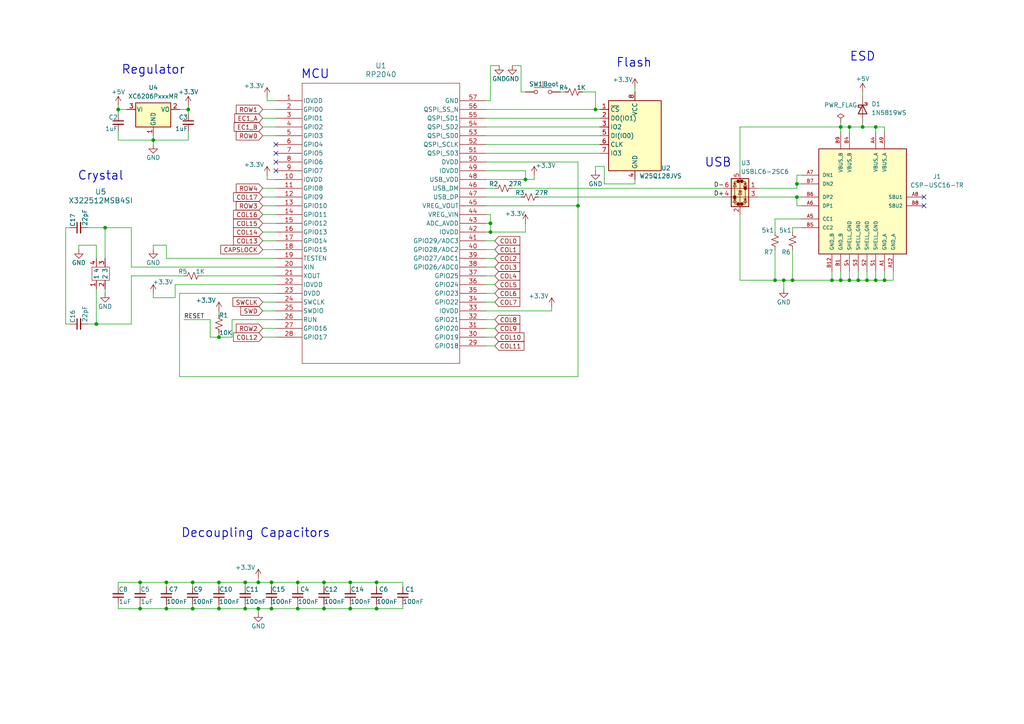
<source format=kicad_sch>
(kicad_sch (version 20231120) (generator "eeschema") (generator_version "8.0")
  (paper "A4")
  (lib_symbols
    (symbol "Device:R_Small_US" (pin_numbers hide) (pin_names (offset 0.254) hide)
      (property "Reference" "R" (at 0.762 0.508 0))
      (property "Value" "R_Small_US" (at 0.762 -1.016 0))
      (symbol "R_Small_US_1_1"
        (pin passive line (at 0 2.54 270) (length 1.016) (name "~") (number "1"))
        (pin passive line (at 0 -2.54 90) (length 1.016) (name "~") (number "2"))
      )
    )
    (symbol "mechanical_keyboard:1N5819WS" (pin_numbers hide) (pin_names (offset 1.016) hide)
      (property "Reference" "D" (at 0 2.54 0))
      (property "Value" "1N5819WS" (at 0 -2.54 0))
      (symbol "1N5819WS_1_1"
        (pin passive line (at -3.81 0 0) (length 2.54) (name "K") (number "1"))
        (pin passive line (at 3.81 0 180) (length 2.54) (name "A") (number "2"))
      )
    )
    (symbol "mechanical_keyboard:CSP-USC16-TR" (pin_names (offset 1.016))
      (property "Reference" "J" (at -12.7 15.24 0))
      (property "Value" "CSP-USC16-TR" (at -7.62 -1.27 0))
      (symbol "CSP-USC16-TR_0_0"
        (pin bidirectional line (at 17.78 -5.08 180) (length 5.08) (name "CC1") (number "A5"))
        (pin bidirectional line (at 17.78 -1.27 180) (length 5.08) (name "DP1") (number "A6"))
        (pin bidirectional line (at 17.78 7.62 180) (length 5.08) (name "DN1") (number "A7"))
        (pin bidirectional line (at -17.78 1.27 0) (length 5.08) (name "SBU1") (number "A8"))
        (pin bidirectional line (at 17.78 -7.62 180) (length 5.08) (name "CC2") (number "B5"))
        (pin bidirectional line (at 17.78 1.27 180) (length 5.08) (name "DP2") (number "B6"))
        (pin bidirectional line (at 17.78 5.08 180) (length 5.08) (name "DN2") (number "B7"))
        (pin bidirectional line (at -17.78 -1.27 0) (length 5.08) (name "SBU2") (number "B8"))
      )
      (symbol "CSP-USC16-TR_1_0"
        (pin passive line (at -6.35 -20.32 90) (length 5.08) (name "GND_A") (number "A1"))
        (pin passive line (at -8.89 -20.32 90) (length 5.08) (name "GND_A") (number "A12"))
        (pin power_in line (at -3.81 20.32 270) (length 5.08) (name "VBUS_A") (number "A4"))
        (pin power_in line (at -6.35 20.32 270) (length 5.08) (name "VBUS_A") (number "A9"))
        (pin passive line (at 6.35 -20.32 90) (length 5.08) (name "GND_B") (number "B1"))
        (pin passive line (at 8.89 -20.32 90) (length 5.08) (name "GND_B") (number "B12"))
        (pin power_in line (at 3.81 20.32 270) (length 5.08) (name "VBUS_B") (number "B4"))
        (pin power_in line (at 6.35 20.32 270) (length 5.08) (name "VBUS_B") (number "B9"))
        (pin passive line (at -3.81 -20.32 90) (length 5.08) (name "SHELL_GND") (number "S1"))
        (pin passive line (at -1.27 -20.32 90) (length 5.08) (name "SHELL_GND") (number "S2"))
        (pin passive line (at 1.27 -20.32 90) (length 5.08) (name "SHELL_GND") (number "S3"))
        (pin passive line (at 3.81 -20.32 90) (length 5.08) (name "SHELL_GND") (number "S4"))
      )
    )
    (symbol "mechanical_keyboard:C_Small" (pin_numbers hide) (pin_names (offset 0.254) hide)
      (property "Reference" "C" (at 0.254 1.778 0))
      (property "Value" "C_Small" (at 0.254 -2.032 0))
      (symbol "C_Small_1_1"
        (pin passive line (at 0 2.54 270) (length 2.032) (name "~") (number "1"))
        (pin passive line (at 0 -2.54 90) (length 2.032) (name "~") (number "2"))
      )
    )
    (symbol "mechanical_keyboard:RP2040" (pin_names (offset 0.254))
      (property "Reference" "U" (at 30.48 10.16 0))
      (property "Value" "RP2040" (at 30.48 7.62 0))
      (symbol "RP2040_0_1"
        (pin power_in line (at 0 0 0) (length 7.62) (name "IOVDD") (number "1"))
        (pin power_in line (at 0 -22.86 0) (length 7.62) (name "IOVDD") (number "10"))
        (pin bidirectional line (at 0 -25.4 0) (length 7.62) (name "GPIO8") (number "11"))
        (pin bidirectional line (at 0 -27.94 0) (length 7.62) (name "GPIO9") (number "12"))
        (pin bidirectional line (at 0 -30.48 0) (length 7.62) (name "GPIO10") (number "13"))
        (pin bidirectional line (at 0 -33.02 0) (length 7.62) (name "GPIO11") (number "14"))
        (pin bidirectional line (at 0 -35.56 0) (length 7.62) (name "GPIO12") (number "15"))
        (pin bidirectional line (at 0 -38.1 0) (length 7.62) (name "GPIO13") (number "16"))
        (pin bidirectional line (at 0 -40.64 0) (length 7.62) (name "GPIO14") (number "17"))
        (pin bidirectional line (at 0 -43.18 0) (length 7.62) (name "GPIO15") (number "18"))
        (pin unspecified line (at 0 -45.72 0) (length 7.62) (name "TESTEN") (number "19"))
        (pin bidirectional line (at 0 -2.54 0) (length 7.62) (name "GPIO0") (number "2"))
        (pin unspecified line (at 0 -48.26 0) (length 7.62) (name "XIN") (number "20"))
        (pin output line (at 0 -50.8 0) (length 7.62) (name "XOUT") (number "21"))
        (pin power_in line (at 0 -53.34 0) (length 7.62) (name "IOVDD") (number "22"))
        (pin power_in line (at 0 -55.88 0) (length 7.62) (name "DVDD") (number "23"))
        (pin unspecified line (at 0 -58.42 0) (length 7.62) (name "SWCLK") (number "24"))
        (pin unspecified line (at 0 -60.96 0) (length 7.62) (name "SWDIO") (number "25"))
        (pin unspecified line (at 0 -63.5 0) (length 7.62) (name "RUN") (number "26"))
        (pin bidirectional line (at 0 -66.04 0) (length 7.62) (name "GPIO16") (number "27"))
        (pin bidirectional line (at 0 -68.58 0) (length 7.62) (name "GPIO17") (number "28"))
        (pin bidirectional line (at 60.96 -71.12 180) (length 7.62) (name "GPIO18") (number "29"))
        (pin bidirectional line (at 0 -5.08 0) (length 7.62) (name "GPIO1") (number "3"))
        (pin bidirectional line (at 60.96 -68.58 180) (length 7.62) (name "GPIO19") (number "30"))
        (pin bidirectional line (at 60.96 -66.04 180) (length 7.62) (name "GPIO20") (number "31"))
        (pin bidirectional line (at 60.96 -63.5 180) (length 7.62) (name "GPIO21") (number "32"))
        (pin power_in line (at 60.96 -60.96 180) (length 7.62) (name "IOVDD") (number "33"))
        (pin bidirectional line (at 60.96 -58.42 180) (length 7.62) (name "GPIO22") (number "34"))
        (pin bidirectional line (at 60.96 -55.88 180) (length 7.62) (name "GPIO23") (number "35"))
        (pin bidirectional line (at 60.96 -53.34 180) (length 7.62) (name "GPIO24") (number "36"))
        (pin bidirectional line (at 60.96 -50.8 180) (length 7.62) (name "GPIO25") (number "37"))
        (pin bidirectional line (at 60.96 -48.26 180) (length 7.62) (name "GPIO26/ADC0") (number "38"))
        (pin bidirectional line (at 60.96 -45.72 180) (length 7.62) (name "GPIO27/ADC1") (number "39"))
        (pin bidirectional line (at 0 -7.62 0) (length 7.62) (name "GPIO2") (number "4"))
        (pin bidirectional line (at 60.96 -43.18 180) (length 7.62) (name "GPIO28/ADC2") (number "40"))
        (pin bidirectional line (at 60.96 -40.64 180) (length 7.62) (name "GPIO29/ADC3") (number "41"))
        (pin power_in line (at 60.96 -38.1 180) (length 7.62) (name "IOVDD") (number "42"))
        (pin power_in line (at 60.96 -35.56 180) (length 7.62) (name "ADC_AVDD") (number "43"))
        (pin unspecified line (at 60.96 -33.02 180) (length 7.62) (name "VREG_VIN") (number "44"))
        (pin output line (at 60.96 -30.48 180) (length 7.62) (name "VREG_VOUT") (number "45"))
        (pin unspecified line (at 60.96 -25.4 180) (length 7.62) (name "USB_DM") (number "46"))
        (pin unspecified line (at 60.96 -27.94 180) (length 7.62) (name "USB_DP") (number "47"))
        (pin power_in line (at 60.96 -22.86 180) (length 7.62) (name "USB_VDD") (number "48"))
        (pin power_in line (at 60.96 -20.32 180) (length 7.62) (name "IOVDD") (number "49"))
        (pin bidirectional line (at 0 -10.16 0) (length 7.62) (name "GPIO3") (number "5"))
        (pin power_in line (at 60.96 -17.78 180) (length 7.62) (name "DVDD") (number "50"))
        (pin bidirectional line (at 60.96 -15.24 180) (length 7.62) (name "QSPI_SD3") (number "51"))
        (pin unspecified line (at 60.96 -12.7 180) (length 7.62) (name "QSPI_SCLK") (number "52"))
        (pin bidirectional line (at 60.96 -10.16 180) (length 7.62) (name "QSPI_SD0") (number "53"))
        (pin bidirectional line (at 60.96 -7.62 180) (length 7.62) (name "QSPI_SD2") (number "54"))
        (pin bidirectional line (at 60.96 -5.08 180) (length 7.62) (name "QSPI_SD1") (number "55"))
        (pin unspecified line (at 60.96 -2.54 180) (length 7.62) (name "QSPI_SS_N") (number "56"))
        (pin power_out line (at 60.96 0 180) (length 7.62) (name "GND") (number "57"))
        (pin bidirectional line (at 0 -12.7 0) (length 7.62) (name "GPIO4") (number "6"))
        (pin bidirectional line (at 0 -15.24 0) (length 7.62) (name "GPIO5") (number "7"))
        (pin bidirectional line (at 0 -17.78 0) (length 7.62) (name "GPIO6") (number "8"))
        (pin bidirectional line (at 0 -20.32 0) (length 7.62) (name "GPIO7") (number "9"))
      )
    )
    (symbol "mechanical_keyboard:SW_Push" (pin_numbers hide) (pin_names (offset 1.016) hide)
      (property "Reference" "SW" (at 1.27 2.54 0))
      (property "Value" "SW_Push" (at 0 -1.524 0))
      (symbol "SW_Push_0_1"
        (pin passive line (at -5.08 0 0) (length 2.54) (name "1") (number "1"))
        (pin passive line (at 5.08 0 180) (length 2.54) (name "2") (number "2"))
      )
    )
    (symbol "mechanical_keyboard:USBLC6-2SC6" (pin_names hide)
      (property "Reference" "U" (at 0.635 5.715 0))
      (property "Value" "USBLC6-2SC6" (at 0.635 3.81 0))
      (symbol "USBLC6-2SC6_1_1"
        (pin passive line (at -5.08 0 0) (length 2.54) (name "I/O1") (number "1"))
        (pin passive line (at 0 -7.62 90) (length 2.54) (name "GND") (number "2"))
        (pin passive line (at -5.08 -2.54 0) (length 2.54) (name "I/O2") (number "3"))
        (pin passive line (at 5.08 -2.54 180) (length 2.54) (name "I/O2") (number "4"))
        (pin passive line (at 0 5.08 270) (length 2.54) (name "VBUS") (number "5"))
        (pin passive line (at 5.08 0 180) (length 2.54) (name "I/O1") (number "6"))
      )
    )
    (symbol "mechanical_keyboard:W25Q128JVS"
      (property "Reference" "U" (at -6.858 11.43 0))
      (property "Value" "W25Q128JVS" (at 7.62 8.89 0))
      (symbol "W25Q128JVS_1_1"
        (pin input line (at -10.16 7.62 0) (length 2.54) (name "~{CS}") (number "1"))
        (pin bidirectional line (at -10.16 5.08 0) (length 2.54) (name "DO(IO1)") (number "2"))
        (pin bidirectional line (at -10.16 2.54 0) (length 2.54) (name "IO2") (number "3"))
        (pin power_in line (at 0 -12.7 90) (length 2.54) (name "GND") (number "4"))
        (pin bidirectional line (at -10.16 0 0) (length 2.54) (name "DI(IO0)") (number "5"))
        (pin input line (at -10.16 -2.54 0) (length 2.54) (name "CLK") (number "6"))
        (pin bidirectional line (at -10.16 -5.08 0) (length 2.54) (name "IO3") (number "7"))
        (pin power_in line (at 0 12.7 270) (length 2.54) (name "VCC") (number "8"))
      )
    )
    (symbol "mechanical_keyboard:X322512MSB4SI" (pin_names (offset 0.254))
      (property "Reference" "U" (at 0.508 7.366 0))
      (property "Value" "X322512MSB4SI" (at 0.508 4.826 0))
      (symbol "X322512MSB4SI_1_1"
        (pin unspecified line (at -3.81 1.27 0) (length 2.54) (name "1") (number "1"))
        (pin power_out line (at -3.81 -1.27 0) (length 2.54) (name "2") (number "2"))
        (pin unspecified line (at 5.08 -1.27 180) (length 2.54) (name "3") (number "3"))
        (pin power_out line (at 5.08 1.27 180) (length 2.54) (name "4") (number "4"))
      )
    )
    (symbol "mechanical_keyboard:XC6206PxxxMR" (pin_names (offset 0.254))
      (property "Reference" "U" (at -3.81 3.175 0))
      (property "Value" "XC6206PxxxMR" (at 0 3.175 0))
      (symbol "XC6206PxxxMR_1_1"
        (pin power_in line (at 0 -7.62 90) (length 2.54) (name "GND") (number "1"))
        (pin power_out line (at 7.62 0 180) (length 2.54) (name "VO") (number "2"))
        (pin power_in line (at -7.62 0 0) (length 2.54) (name "VI") (number "3"))
      )
    )
    (symbol "power:+3.3V" (power) (pin_numbers hide) (pin_names (offset 0) hide)
      (property "Value" "+3.3V" (at 0 3.556 0))
      (symbol "+3.3V_1_1"
        (pin power_in line (at 0 0 90) (length 0) (name "~") (number "1"))
      )
    )
    (symbol "power:+5V" (power) (pin_numbers hide) (pin_names (offset 0) hide)
      (property "Value" "+5V" (at 0 3.556 0))
      (symbol "+5V_1_1"
        (pin power_in line (at 0 0 90) (length 0) (name "~") (number "1"))
      )
    )
    (symbol "power:GND" (power) (pin_numbers hide) (pin_names (offset 0) hide)
      (property "Value" "GND" (at 0 -3.81 0))
      (symbol "GND_1_1"
        (pin power_in line (at 0 0 270) (length 0) (name "~") (number "1"))
      )
    )
    (symbol "power:PWR_FLAG" (power) (pin_numbers hide) (pin_names (offset 0) hide)
      (property "Value" "PWR_FLAG" (at 0 3.81 0))
      (symbol "PWR_FLAG_0_0"
        (pin power_out line (at 0 0 90) (length 0) (name "~") (number "1"))
      )
    )
  )
  (junction (at 250.19 36.83))
  (junction (at 93.98 168.91))
  (junction (at 48.26 168.91))
  (junction (at 78.74 168.91))
  (junction (at 152.4 52.07))
  (junction (at 241.3 81.28))
  (junction (at 254 36.83))
  (junction (at 27.94 93.98))
  (junction (at 44.45 40.64))
  (junction (at 55.88 176.53))
  (junction (at 224.79 81.28))
  (junction (at 86.36 168.91))
  (junction (at 63.5 176.53))
  (junction (at 63.5 168.91))
  (junction (at 246.38 81.28))
  (junction (at 243.84 81.28))
  (junction (at 30.48 66.04))
  (junction (at 109.22 168.91))
  (junction (at 251.46 81.28))
  (junction (at 34.29 31.75))
  (junction (at 172.72 31.75))
  (junction (at 93.98 176.53))
  (junction (at 74.93 168.91))
  (junction (at 86.36 176.53))
  (junction (at 55.88 168.91))
  (junction (at 142.24 67.31))
  (junction (at 246.38 36.83))
  (junction (at 54.61 31.75))
  (junction (at 243.84 36.83))
  (junction (at 78.74 176.53))
  (junction (at 71.12 168.91))
  (junction (at 40.64 168.91))
  (junction (at 101.6 168.91))
  (junction (at 40.64 176.53))
  (junction (at 71.12 176.53))
  (junction (at 229.87 81.28))
  (junction (at 63.5 97.79))
  (junction (at 74.93 176.53))
  (junction (at 231.14 53.34))
  (junction (at 254 81.28))
  (junction (at 48.26 176.53))
  (junction (at 227.33 81.28))
  (junction (at 231.14 57.15))
  (junction (at 101.6 176.53))
  (junction (at 142.24 64.77))
  (junction (at 248.92 81.28))
  (junction (at 109.22 176.53))
  (junction (at 167.64 59.69))
  (junction (at 256.54 81.28))
  (no_connect (at 80.01 49.53))
  (no_connect (at 267.97 57.15))
  (no_connect (at 80.01 46.99))
  (no_connect (at 267.97 59.69))
  (no_connect (at 80.01 44.45))
  (no_connect (at 80.01 41.91))
  (wire (pts (xy 78.74 175.26) (xy 78.74 176.53)))
  (wire (pts (xy 30.48 85.09) (xy 30.48 83.82)))
  (wire (pts (xy 60.96 92.71) (xy 60.96 97.79)))
  (wire (pts (xy 109.22 175.26) (xy 109.22 176.53)))
  (wire (pts (xy 34.29 38.1) (xy 34.29 40.64)))
  (wire (pts (xy 27.94 93.98) (xy 27.94 83.82)))
  (wire (pts (xy 256.54 78.74) (xy 256.54 81.28)))
  (wire (pts (xy 76.2 87.63) (xy 80.01 87.63)))
  (wire (pts (xy 34.29 175.26) (xy 34.29 176.53)))
  (wire (pts (xy 54.61 30.48) (xy 54.61 31.75)))
  (wire (pts (xy 44.45 71.12) (xy 48.26 71.12)))
  (wire (pts (xy 232.41 50.8) (xy 231.14 50.8)))
  (wire (pts (xy 54.61 38.1) (xy 54.61 40.64)))
  (wire (pts (xy 156.21 57.15) (xy 209.55 57.15)))
  (wire (pts (xy 76.2 31.75) (xy 80.01 31.75)))
  (wire (pts (xy 77.47 52.07) (xy 80.01 52.07)))
  (wire (pts (xy 76.2 64.77) (xy 80.01 64.77)))
  (wire (pts (xy 140.97 64.77) (xy 142.24 64.77)))
  (wire (pts (xy 254 36.83) (xy 254 38.1)))
  (wire (pts (xy 44.45 85.09) (xy 44.45 86.36)))
  (wire (pts (xy 34.29 170.18) (xy 34.29 168.91)))
  (wire (pts (xy 55.88 176.53) (xy 48.26 176.53)))
  (wire (pts (xy 76.2 36.83) (xy 80.01 36.83)))
  (wire (pts (xy 250.19 26.67) (xy 250.19 27.94)))
  (wire (pts (xy 60.96 97.79) (xy 63.5 97.79)))
  (wire (pts (xy 143.51 92.71) (xy 140.97 92.71)))
  (wire (pts (xy 140.97 52.07) (xy 152.4 52.07)))
  (wire (pts (xy 224.79 67.31) (xy 224.79 63.5)))
  (wire (pts (xy 71.12 168.91) (xy 71.12 170.18)))
  (wire (pts (xy 74.93 176.53) (xy 71.12 176.53)))
  (wire (pts (xy 246.38 36.83) (xy 246.38 38.1)))
  (wire (pts (xy 142.24 29.21) (xy 140.97 29.21)))
  (wire (pts (xy 76.2 59.69) (xy 80.01 59.69)))
  (wire (pts (xy 19.05 66.04) (xy 20.32 66.04)))
  (wire (pts (xy 184.15 25.4) (xy 184.15 26.67)))
  (wire (pts (xy 231.14 53.34) (xy 232.41 53.34)))
  (wire (pts (xy 172.72 48.26) (xy 175.26 48.26)))
  (wire (pts (xy 140.97 57.15) (xy 151.13 57.15)))
  (wire (pts (xy 52.07 85.09) (xy 80.01 85.09)))
  (wire (pts (xy 168.91 26.67) (xy 172.72 26.67)))
  (wire (pts (xy 259.08 81.28) (xy 256.54 81.28)))
  (wire (pts (xy 86.36 168.91) (xy 93.98 168.91)))
  (wire (pts (xy 78.74 168.91) (xy 86.36 168.91)))
  (wire (pts (xy 40.64 176.53) (xy 48.26 176.53)))
  (wire (pts (xy 140.97 77.47) (xy 143.51 77.47)))
  (wire (pts (xy 76.2 34.29) (xy 80.01 34.29)))
  (wire (pts (xy 140.97 72.39) (xy 143.51 72.39)))
  (wire (pts (xy 34.29 31.75) (xy 36.83 31.75)))
  (wire (pts (xy 34.29 168.91) (xy 40.64 168.91)))
  (wire (pts (xy 162.56 26.67) (xy 163.83 26.67)))
  (wire (pts (xy 231.14 54.61) (xy 231.14 53.34)))
  (wire (pts (xy 76.2 95.25) (xy 80.01 95.25)))
  (wire (pts (xy 76.2 67.31) (xy 80.01 67.31)))
  (wire (pts (xy 243.84 81.28) (xy 241.3 81.28)))
  (wire (pts (xy 224.79 63.5) (xy 232.41 63.5)))
  (wire (pts (xy 48.26 74.93) (xy 80.01 74.93)))
  (wire (pts (xy 76.2 72.39) (xy 80.01 72.39)))
  (wire (pts (xy 48.26 170.18) (xy 48.26 168.91)))
  (wire (pts (xy 22.86 71.12) (xy 27.94 71.12)))
  (wire (pts (xy 38.1 77.47) (xy 80.01 77.47)))
  (wire (pts (xy 67.31 92.71) (xy 80.01 92.71)))
  (wire (pts (xy 25.4 66.04) (xy 30.48 66.04)))
  (wire (pts (xy 76.2 39.37) (xy 80.01 39.37)))
  (wire (pts (xy 116.84 168.91) (xy 109.22 168.91)))
  (wire (pts (xy 63.5 168.91) (xy 63.5 170.18)))
  (wire (pts (xy 78.74 168.91) (xy 78.74 170.18)))
  (wire (pts (xy 140.97 67.31) (xy 142.24 67.31)))
  (wire (pts (xy 44.45 41.91) (xy 44.45 40.64)))
  (wire (pts (xy 229.87 67.31) (xy 229.87 66.04)))
  (wire (pts (xy 160.02 90.17) (xy 160.02 88.9)))
  (wire (pts (xy 76.2 97.79) (xy 80.01 97.79)))
  (wire (pts (xy 142.24 19.05) (xy 144.78 19.05)))
  (wire (pts (xy 140.97 46.99) (xy 167.64 46.99)))
  (wire (pts (xy 34.29 176.53) (xy 40.64 176.53)))
  (wire (pts (xy 71.12 176.53) (xy 63.5 176.53)))
  (wire (pts (xy 44.45 86.36) (xy 50.8 86.36)))
  (wire (pts (xy 254 81.28) (xy 251.46 81.28)))
  (wire (pts (xy 63.5 97.79) (xy 67.31 97.79)))
  (wire (pts (xy 224.79 72.39) (xy 224.79 81.28)))
  (wire (pts (xy 54.61 40.64) (xy 44.45 40.64)))
  (wire (pts (xy 116.84 175.26) (xy 116.84 176.53)))
  (wire (pts (xy 140.97 41.91) (xy 173.99 41.91)))
  (wire (pts (xy 148.59 54.61) (xy 209.55 54.61)))
  (wire (pts (xy 248.92 81.28) (xy 246.38 81.28)))
  (wire (pts (xy 140.97 74.93) (xy 143.51 74.93)))
  (wire (pts (xy 219.71 57.15) (xy 231.14 57.15)))
  (wire (pts (xy 44.45 72.39) (xy 44.45 71.12)))
  (wire (pts (xy 140.97 34.29) (xy 173.99 34.29)))
  (wire (pts (xy 76.2 69.85) (xy 80.01 69.85)))
  (wire (pts (xy 48.26 168.91) (xy 55.88 168.91)))
  (wire (pts (xy 167.64 59.69) (xy 167.64 109.22)))
  (wire (pts (xy 40.64 170.18) (xy 40.64 168.91)))
  (wire (pts (xy 63.5 96.52) (xy 63.5 97.79)))
  (wire (pts (xy 74.93 167.64) (xy 74.93 168.91)))
  (wire (pts (xy 254 36.83) (xy 256.54 36.83)))
  (wire (pts (xy 231.14 50.8) (xy 231.14 53.34)))
  (wire (pts (xy 27.94 71.12) (xy 27.94 74.93)))
  (wire (pts (xy 38.1 66.04) (xy 30.48 66.04)))
  (wire (pts (xy 38.1 80.01) (xy 38.1 93.98)))
  (wire (pts (xy 78.74 176.53) (xy 74.93 176.53)))
  (wire (pts (xy 214.63 62.23) (xy 214.63 81.28)))
  (wire (pts (xy 93.98 168.91) (xy 93.98 170.18)))
  (wire (pts (xy 250.19 36.83) (xy 254 36.83)))
  (wire (pts (xy 152.4 67.31) (xy 152.4 64.77)))
  (wire (pts (xy 248.92 78.74) (xy 248.92 81.28)))
  (wire (pts (xy 151.13 26.67) (xy 152.4 26.67)))
  (wire (pts (xy 40.64 168.91) (xy 48.26 168.91)))
  (wire (pts (xy 71.12 175.26) (xy 71.12 176.53)))
  (wire (pts (xy 93.98 176.53) (xy 86.36 176.53)))
  (wire (pts (xy 63.5 90.17) (xy 63.5 91.44)))
  (wire (pts (xy 243.84 78.74) (xy 243.84 81.28)))
  (wire (pts (xy 143.51 82.55) (xy 140.97 82.55)))
  (wire (pts (xy 184.15 53.34) (xy 184.15 52.07)))
  (wire (pts (xy 243.84 38.1) (xy 243.84 36.83)))
  (wire (pts (xy 27.94 93.98) (xy 38.1 93.98)))
  (wire (pts (xy 109.22 176.53) (xy 101.6 176.53)))
  (wire (pts (xy 116.84 170.18) (xy 116.84 168.91)))
  (wire (pts (xy 93.98 168.91) (xy 101.6 168.91)))
  (wire (pts (xy 76.2 62.23) (xy 80.01 62.23)))
  (wire (pts (xy 256.54 81.28) (xy 254 81.28)))
  (wire (pts (xy 54.61 33.02) (xy 54.61 31.75)))
  (wire (pts (xy 77.47 50.8) (xy 77.47 52.07)))
  (wire (pts (xy 140.97 44.45) (xy 173.99 44.45)))
  (wire (pts (xy 34.29 30.48) (xy 34.29 31.75)))
  (wire (pts (xy 63.5 168.91) (xy 71.12 168.91)))
  (wire (pts (xy 101.6 176.53) (xy 93.98 176.53)))
  (wire (pts (xy 38.1 77.47) (xy 38.1 66.04)))
  (wire (pts (xy 214.63 36.83) (xy 243.84 36.83)))
  (wire (pts (xy 76.2 54.61) (xy 80.01 54.61)))
  (wire (pts (xy 48.26 176.53) (xy 48.26 175.26)))
  (wire (pts (xy 40.64 175.26) (xy 40.64 176.53)))
  (wire (pts (xy 142.24 64.77) (xy 142.24 67.31)))
  (wire (pts (xy 227.33 81.28) (xy 229.87 81.28)))
  (wire (pts (xy 101.6 175.26) (xy 101.6 176.53)))
  (wire (pts (xy 231.14 59.69) (xy 232.41 59.69)))
  (wire (pts (xy 172.72 26.67) (xy 172.72 31.75)))
  (wire (pts (xy 259.08 78.74) (xy 259.08 81.28)))
  (wire (pts (xy 224.79 81.28) (xy 227.33 81.28)))
  (wire (pts (xy 229.87 81.28) (xy 241.3 81.28)))
  (wire (pts (xy 152.4 52.07) (xy 152.4 49.53)))
  (wire (pts (xy 55.88 175.26) (xy 55.88 176.53)))
  (wire (pts (xy 77.47 29.21) (xy 80.01 29.21)))
  (wire (pts (xy 140.97 59.69) (xy 167.64 59.69)))
  (wire (pts (xy 140.97 90.17) (xy 160.02 90.17)))
  (wire (pts (xy 50.8 82.55) (xy 80.01 82.55)))
  (wire (pts (xy 86.36 175.26) (xy 86.36 176.53)))
  (wire (pts (xy 254 78.74) (xy 254 81.28)))
  (wire (pts (xy 246.38 36.83) (xy 250.19 36.83)))
  (wire (pts (xy 232.41 57.15) (xy 231.14 57.15)))
  (wire (pts (xy 76.2 90.17) (xy 80.01 90.17)))
  (wire (pts (xy 86.36 168.91) (xy 86.36 170.18)))
  (wire (pts (xy 151.13 19.05) (xy 148.59 19.05)))
  (wire (pts (xy 25.4 93.98) (xy 27.94 93.98)))
  (wire (pts (xy 34.29 40.64) (xy 44.45 40.64)))
  (wire (pts (xy 140.97 39.37) (xy 173.99 39.37)))
  (wire (pts (xy 154.94 52.07) (xy 152.4 52.07)))
  (wire (pts (xy 52.07 85.09) (xy 52.07 109.22)))
  (wire (pts (xy 77.47 27.94) (xy 77.47 29.21)))
  (wire (pts (xy 55.88 168.91) (xy 63.5 168.91)))
  (wire (pts (xy 140.97 31.75) (xy 172.72 31.75)))
  (wire (pts (xy 116.84 176.53) (xy 109.22 176.53)))
  (wire (pts (xy 241.3 81.28) (xy 241.3 78.74)))
  (wire (pts (xy 143.51 85.09) (xy 140.97 85.09)))
  (wire (pts (xy 140.97 36.83) (xy 173.99 36.83)))
  (wire (pts (xy 175.26 53.34) (xy 184.15 53.34)))
  (wire (pts (xy 243.84 35.56) (xy 243.84 36.83)))
  (wire (pts (xy 58.42 80.01) (xy 80.01 80.01)))
  (wire (pts (xy 251.46 81.28) (xy 248.92 81.28)))
  (wire (pts (xy 142.24 67.31) (xy 152.4 67.31)))
  (wire (pts (xy 101.6 168.91) (xy 101.6 170.18)))
  (wire (pts (xy 219.71 54.61) (xy 231.14 54.61)))
  (wire (pts (xy 63.5 176.53) (xy 55.88 176.53)))
  (wire (pts (xy 71.12 168.91) (xy 74.93 168.91)))
  (wire (pts (xy 76.2 57.15) (xy 80.01 57.15)))
  (wire (pts (xy 74.93 177.8) (xy 74.93 176.53)))
  (wire (pts (xy 256.54 38.1) (xy 256.54 36.83)))
  (wire (pts (xy 214.63 81.28) (xy 224.79 81.28)))
  (wire (pts (xy 53.34 92.71) (xy 60.96 92.71)))
  (wire (pts (xy 243.84 36.83) (xy 246.38 36.83)))
  (wire (pts (xy 140.97 80.01) (xy 143.51 80.01)))
  (wire (pts (xy 48.26 71.12) (xy 48.26 74.93)))
  (wire (pts (xy 74.93 168.91) (xy 78.74 168.91)))
  (wire (pts (xy 143.51 95.25) (xy 140.97 95.25)))
  (wire (pts (xy 19.05 93.98) (xy 19.05 66.04)))
  (wire (pts (xy 142.24 19.05) (xy 142.24 29.21)))
  (wire (pts (xy 251.46 78.74) (xy 251.46 81.28)))
  (wire (pts (xy 246.38 81.28) (xy 243.84 81.28)))
  (wire (pts (xy 67.31 92.71) (xy 67.31 97.79)))
  (wire (pts (xy 167.64 46.99) (xy 167.64 59.69)))
  (wire (pts (xy 246.38 78.74) (xy 246.38 81.28)))
  (wire (pts (xy 142.24 62.23) (xy 142.24 64.77)))
  (wire (pts (xy 175.26 48.26) (xy 175.26 53.34)))
  (wire (pts (xy 44.45 39.37) (xy 44.45 40.64)))
  (wire (pts (xy 143.51 100.33) (xy 140.97 100.33)))
  (wire (pts (xy 231.14 57.15) (xy 231.14 59.69)))
  (wire (pts (xy 22.86 72.39) (xy 22.86 71.12)))
  (wire (pts (xy 140.97 69.85) (xy 143.51 69.85)))
  (wire (pts (xy 109.22 168.91) (xy 109.22 170.18)))
  (wire (pts (xy 54.61 31.75) (xy 52.07 31.75)))
  (wire (pts (xy 172.72 31.75) (xy 173.99 31.75)))
  (wire (pts (xy 52.07 109.22) (xy 167.64 109.22)))
  (wire (pts (xy 50.8 86.36) (xy 50.8 82.55)))
  (wire (pts (xy 143.51 87.63) (xy 140.97 87.63)))
  (wire (pts (xy 229.87 72.39) (xy 229.87 81.28)))
  (wire (pts (xy 229.87 66.04) (xy 232.41 66.04)))
  (wire (pts (xy 101.6 168.91) (xy 109.22 168.91)))
  (wire (pts (xy 38.1 80.01) (xy 53.34 80.01)))
  (wire (pts (xy 140.97 54.61) (xy 143.51 54.61)))
  (wire (pts (xy 78.74 176.53) (xy 86.36 176.53)))
  (wire (pts (xy 140.97 49.53) (xy 152.4 49.53)))
  (wire (pts (xy 214.63 49.53) (xy 214.63 36.83)))
  (wire (pts (xy 250.19 36.83) (xy 250.19 35.56)))
  (wire (pts (xy 151.13 19.05) (xy 151.13 26.67)))
  (wire (pts (xy 154.94 50.8) (xy 154.94 52.07)))
  (wire (pts (xy 34.29 33.02) (xy 34.29 31.75)))
  (wire (pts (xy 93.98 175.26) (xy 93.98 176.53)))
  (wire (pts (xy 30.48 74.93) (xy 30.48 66.04)))
  (wire (pts (xy 172.72 48.26) (xy 172.72 49.53)))
  (wire (pts (xy 63.5 175.26) (xy 63.5 176.53)))
  (wire (pts (xy 55.88 168.91) (xy 55.88 170.18)))
  (wire (pts (xy 20.32 93.98) (xy 19.05 93.98)))
  (wire (pts (xy 227.33 81.28) (xy 227.33 83.82)))
  (wire (pts (xy 140.97 62.23) (xy 142.24 62.23)))
  (wire (pts (xy 143.51 97.79) (xy 140.97 97.79)))
  (text "ESD" (at 250.19 16.51 0) (effects (font (size 2.54 2.54) (thickness 0.254) (bold yes))))
  (text "USB" (at 208.28 47.244 0) (effects (font (size 2.54 2.54) (thickness 0.254) (bold yes))))
  (text "Flash" (at 183.896 18.288 0) (effects (font (size 2.54 2.54) (thickness 0.254) (bold yes))))
  (text "Crystal" (at 29.21 51.054 0) (effects (font (size 2.54 2.54) (thickness 0.254) (bold yes))))
  (text "Decoupling Capacitors" (at 74.168 154.686 0) (effects (font (size 2.54 2.54) (thickness 0.254) (bold yes))))
  (text "Regulator" (at 44.45 20.32 0) (effects (font (size 2.54 2.54) (thickness 0.254) (bold yes))))
  (text "MCU" (at 91.44 21.59 0) (effects (font (size 2.54 2.54) (thickness 0.254) (bold yes))))
  (label "D+" (at 207.01 57.15 0))
  (label "RESET" (at 53.34 92.71 0))
  (label "D-" (at 207.01 54.61 0))
  (global_label "COL3" (shape input) (at 143.51 77.47 0) (property "Intersheetrefs" "${INTERSHEET_REFS}" (effects (hide yes))))
  (global_label "COL15" (shape input) (at 76.2 64.77 180) (property "Intersheetrefs" "${INTERSHEET_REFS}" (effects (hide yes))))
  (global_label "ROW2" (shape input) (at 76.2 95.25 180) (property "Intersheetrefs" "${INTERSHEET_REFS}" (effects (hide yes))))
  (global_label "SWD" (shape input) (at 76.2 90.17 180) (property "Intersheetrefs" "${INTERSHEET_REFS}" (effects (hide yes))))
  (global_label "COL2" (shape input) (at 143.51 74.93 0) (property "Intersheetrefs" "${INTERSHEET_REFS}" (effects (hide yes))))
  (global_label "ROW3" (shape input) (at 76.2 59.69 180) (property "Intersheetrefs" "${INTERSHEET_REFS}" (effects (hide yes))))
  (global_label "ROW0" (shape input) (at 76.2 39.37 180) (property "Intersheetrefs" "${INTERSHEET_REFS}" (effects (hide yes))))
  (global_label "COL14" (shape input) (at 76.2 67.31 180) (property "Intersheetrefs" "${INTERSHEET_REFS}" (effects (hide yes))))
  (global_label "COL8" (shape input) (at 143.51 92.71 0) (property "Intersheetrefs" "${INTERSHEET_REFS}" (effects (hide yes))))
  (global_label "COL5" (shape input) (at 143.51 82.55 0) (property "Intersheetrefs" "${INTERSHEET_REFS}" (effects (hide yes))))
  (global_label "COL9" (shape input) (at 143.51 95.25 0) (property "Intersheetrefs" "${INTERSHEET_REFS}" (effects (hide yes))))
  (global_label "COL0" (shape input) (at 143.51 69.85 0) (property "Intersheetrefs" "${INTERSHEET_REFS}" (effects (hide yes))))
  (global_label "COL17" (shape input) (at 76.2 57.15 180) (property "Intersheetrefs" "${INTERSHEET_REFS}" (effects (hide yes))))
  (global_label "COL4" (shape input) (at 143.51 80.01 0) (property "Intersheetrefs" "${INTERSHEET_REFS}" (effects (hide yes))))
  (global_label "COL12" (shape input) (at 76.2 97.79 180) (property "Intersheetrefs" "${INTERSHEET_REFS}" (effects (hide yes))))
  (global_label "EC1_B" (shape input) (at 76.2 36.83 180) (property "Intersheetrefs" "${INTERSHEET_REFS}" (effects (hide yes))))
  (global_label "CAPSLOCK" (shape input) (at 76.2 72.39 180) (property "Intersheetrefs" "${INTERSHEET_REFS}" (effects (hide yes))))
  (global_label "COL13" (shape input) (at 76.2 69.85 180) (property "Intersheetrefs" "${INTERSHEET_REFS}" (effects (hide yes))))
  (global_label "ROW4" (shape input) (at 76.2 54.61 180) (property "Intersheetrefs" "${INTERSHEET_REFS}" (effects (hide yes))))
  (global_label "COL10" (shape input) (at 143.51 97.79 0) (property "Intersheetrefs" "${INTERSHEET_REFS}" (effects (hide yes))))
  (global_label "COL1" (shape input) (at 143.51 72.39 0) (property "Intersheetrefs" "${INTERSHEET_REFS}" (effects (hide yes))))
  (global_label "COL16" (shape input) (at 76.2 62.23 180) (property "Intersheetrefs" "${INTERSHEET_REFS}" (effects (hide yes))))
  (global_label "COL11" (shape input) (at 143.51 100.33 0) (property "Intersheetrefs" "${INTERSHEET_REFS}" (effects (hide yes))))
  (global_label "EC1_A" (shape input) (at 76.2 34.29 180) (property "Intersheetrefs" "${INTERSHEET_REFS}" (effects (hide yes))))
  (global_label "COL7" (shape input) (at 143.51 87.63 0) (property "Intersheetrefs" "${INTERSHEET_REFS}" (effects (hide yes))))
  (global_label "SWCLK" (shape input) (at 76.2 87.63 180) (property "Intersheetrefs" "${INTERSHEET_REFS}" (effects (hide yes))))
  (global_label "COL6" (shape input) (at 143.51 85.09 0) (property "Intersheetrefs" "${INTERSHEET_REFS}" (effects (hide yes))))
  (global_label "ROW1" (shape input) (at 76.2 31.75 180) (property "Intersheetrefs" "${INTERSHEET_REFS}" (effects (hide yes))))
  (symbol (lib_id "mechanical_keyboard:SW_Push") (at 157.48 26.67 0) (unit 1)
    (property "Reference" "SW1" (at 155.448 24.384 0))
    (property "Value" "Boot" (at 159.766 24.384 0))
    (property "Footprint" "mechanical_keyboard:SW4_KMR221GLFS_CNK" (effects (hide yes)))
    (property "Datasheet" "https://www.lcsc.com/datasheet/lcsc_datasheet_2304140030_C-K-KMR221GLFS_C72443.pdf" (effects (hide yes)))
    (property "Description" "2.8mm 1.9mm Round Button 50mA Standing paste 4.6mm SPST 200gf 32V SMD Tactile Switches ROHS" (effects (hide yes)))
    (property "Package" "SMD" (effects (hide yes)))
    (property "LCSC Part #" "C72443" (effects (hide yes)))
  )
  (symbol (lib_id "power:GND") (at 22.86 72.39 0) (unit 1)
    (property "Reference" "#PWR026" (effects (hide yes)))
    (property "Value" "GND" (at 22.86 76.2 0))
    (property "Description" "Power symbol creates a global label with name \"GND\" , ground" (effects (hide yes)))
  )
  (symbol (lib_id "power:+3.3V") (at 152.4 64.77 0) (unit 1)
    (property "Reference" "#PWR08" (effects (hide yes)))
    (property "Value" "+3.3V" (at 149.352 61.976 0))
    (property "Description" "Power symbol creates a global label with name \"+3.3V\"" (effects (hide yes)))
  )
  (symbol (lib_id "Device:R_Small_US") (at 224.79 69.85 180) (unit 1)
    (property "Reference" "R7" (at 224.282 73.152 0) (effects (justify left)))
    (property "Value" "5k1" (at 224.536 66.802 0) (effects (justify left)))
    (property "Footprint" "mechanical_keyboard:R_0402_1005Metric" (effects (hide yes)))
    (property "Datasheet" "https://jlcpcb.com/partdetail/26648-0402WGF5101TCE/C25905" (effects (hide yes)))
    (property "Description" "62.5mW Thick Film Resistors 50V ±100ppm/℃ ±1% 5.1kΩ 0402 Chip Resistor - Surface Mount ROHS" (effects (hide yes)))
    (property "Package" "0402" (effects (hide yes)))
    (property "LCSC Part #" "C25905" (effects (hide yes)))
  )
  (symbol (lib_id "power:+3.3V") (at 160.02 88.9 0) (unit 1)
    (property "Reference" "#PWR07" (effects (hide yes)))
    (property "Value" "+3.3V" (at 156.21 85.852 0))
    (property "Description" "Power symbol creates a global label with name \"+3.3V\"" (effects (hide yes)))
  )
  (symbol (lib_id "mechanical_keyboard:C_Small") (at 116.84 172.72 180) (unit 1)
    (property "Reference" "C1" (at 118.872 170.942 0))
    (property "Value" "100nF" (at 119.888 174.498 0))
    (property "Footprint" "mechanical_keyboard:C_0402_1005Metric" (effects (hide yes)))
    (property "Datasheet" "https://www.lcsc.com/datasheet/lcsc_datasheet_2304140030_Samsung-Electro-Mechanics-CL05B104KO5NNNC_C1525.pdf" (effects (hide yes)))
    (property "Description" "16V 100nF X7R ±10% 0402 Multilayer Ceramic Capacitors MLCC - SMD/SMT ROHS" (effects (hide yes)))
    (property "Package" "0402" (effects (hide yes)))
    (property "LCSC Part #" "C1525" (effects (hide yes)))
  )
  (symbol (lib_id "power:GND") (at 148.59 19.05 0) (unit 1)
    (property "Reference" "#PWR015" (effects (hide yes)))
    (property "Value" "GND" (at 148.59 22.86 0))
    (property "Description" "Power symbol creates a global label with name \"GND\" , ground" (effects (hide yes)))
  )
  (symbol (lib_id "power:+3.3V") (at 184.15 25.4 0) (unit 1)
    (property "Reference" "#PWR013" (effects (hide yes)))
    (property "Value" "+3.3V" (at 180.594 23.114 0))
    (property "Description" "Power symbol creates a global label with name \"+3.3V\"" (effects (hide yes)))
  )
  (symbol (lib_id "power:+3.3V") (at 154.94 50.8 0) (unit 1)
    (property "Reference" "#PWR010" (effects (hide yes)))
    (property "Value" "+3.3V" (at 158.242 48.006 0))
    (property "Description" "Power symbol creates a global label with name \"+3.3V\"" (effects (hide yes)))
  )
  (symbol (lib_id "mechanical_keyboard:C_Small") (at 93.98 172.72 180) (unit 1)
    (property "Reference" "C12" (at 96.012 170.942 0))
    (property "Value" "100nF" (at 97.028 174.498 0))
    (property "Footprint" "mechanical_keyboard:C_0402_1005Metric" (effects (hide yes)))
    (property "Datasheet" "https://www.lcsc.com/datasheet/lcsc_datasheet_2304140030_Samsung-Electro-Mechanics-CL05B104KO5NNNC_C1525.pdf" (effects (hide yes)))
    (property "Description" "16V 100nF X7R ±10% 0402 Multilayer Ceramic Capacitors MLCC - SMD/SMT ROHS" (effects (hide yes)))
    (property "Package" "0402" (effects (hide yes)))
    (property "LCSC Part #" "C1525" (effects (hide yes)))
  )
  (symbol (lib_id "power:+3.3V") (at 77.47 27.94 0) (unit 1)
    (property "Reference" "#PWR01" (effects (hide yes)))
    (property "Value" "+3.3V" (at 73.66 24.892 0))
    (property "Description" "Power symbol creates a global label with name \"+3.3V\"" (effects (hide yes)))
  )
  (symbol (lib_id "mechanical_keyboard:C_Small") (at 34.29 172.72 180) (unit 1)
    (property "Reference" "C8" (at 37.084 170.942 0) (effects (justify left)))
    (property "Value" "1uF" (at 38.1 174.498 0) (effects (justify left)))
    (property "Footprint" "mechanical_keyboard:C_0402_1005Metric" (effects (hide yes)))
    (property "Datasheet" "https://www.lcsc.com/datasheet/lcsc_datasheet_2304140030_Samsung-Electro-Mechanics-CL05A105KA5NQNC_C52923.pdf" (effects (hide yes)))
    (property "Description" "25V 1uF X5R ±10% 0402 Multilayer Ceramic Capacitors MLCC - SMD/SMT ROHS" (effects (hide yes)))
    (property "Package" "0402" (effects (hide yes)))
    (property "LCSC Part #" "C52923" (effects (hide yes)))
  )
  (symbol (lib_id "power:+3.3V") (at 77.47 50.8 0) (unit 1)
    (property "Reference" "#PWR02" (effects (hide yes)))
    (property "Value" "+3.3V" (at 73.66 47.752 0))
    (property "Description" "Power symbol creates a global label with name \"+3.3V\"" (effects (hide yes)))
  )
  (symbol (lib_id "mechanical_keyboard:X322512MSB4SI") (at 29.21 80.01 90) (unit 1)
    (property "Reference" "U5" (at 29.21 55.626 90) (effects (font (size 1.524 1.524))))
    (property "Value" "X322512MSB4SI" (at 29.21 58.166 90) (effects (font (size 1.524 1.524))))
    (property "Footprint" "SMD_2MSB4SI_YXC" (effects (hide yes)))
    (property "Datasheet" "X322512MSB4SI" (effects (hide yes)))
  )
  (symbol (lib_id "mechanical_keyboard:C_Small") (at 101.6 172.72 180) (unit 1)
    (property "Reference" "C14" (at 103.632 170.942 0))
    (property "Value" "100nF" (at 104.648 174.498 0))
    (property "Footprint" "mechanical_keyboard:C_0402_1005Metric" (effects (hide yes)))
    (property "Datasheet" "https://www.lcsc.com/datasheet/lcsc_datasheet_2304140030_Samsung-Electro-Mechanics-CL05B104KO5NNNC_C1525.pdf" (effects (hide yes)))
    (property "Description" "16V 100nF X7R ±10% 0402 Multilayer Ceramic Capacitors MLCC - SMD/SMT ROHS" (effects (hide yes)))
    (property "Package" "0402" (effects (hide yes)))
    (property "LCSC Part #" "C1525" (effects (hide yes)))
  )
  (symbol (lib_id "mechanical_keyboard:USBLC6-2SC6") (at 214.63 54.61 0) (mirror y) (unit 1)
    (property "Reference" "U3" (at 217.678 47.244 0) (effects (justify left)))
    (property "Value" "USBLC6-2SC6" (at 228.854 49.784 0) (effects (justify left)))
    (property "Footprint" "mechanical_keyboard:SOT-23-6" (effects (hide yes)))
    (property "Datasheet" "https://www.st.com/resource/en/datasheet/usblc6-2.pdf" (effects (hide yes)))
    (property "Description" "Very low capacitance ESD protection diode, 2 data-line, SOT-23-6" (effects (hide yes)))
    (property "LCSC Part #" "C7519" (effects (hide yes)))
  )
  (symbol (lib_id "power:+5V") (at 34.29 30.48 0) (unit 1)
    (property "Reference" "#PWR020" (effects (hide yes)))
    (property "Value" "+5V" (at 34.29 26.67 0))
    (property "Description" "Power symbol creates a global label with name \"+5V\"" (effects (hide yes)))
  )
  (symbol (lib_id "Device:R_Small_US") (at 63.5 93.98 0) (unit 1)
    (property "Reference" "R1" (at 63.5 91.44 0) (effects (justify left)))
    (property "Value" "10K" (at 63.5 96.52 0) (effects (justify left)))
    (property "Footprint" "mechanical_keyboard:R_0402_1005Metric" (effects (hide yes)))
    (property "Datasheet" "https://www.lcsc.com/datasheet/lcsc_datasheet_2206010100_UNI-ROYAL-Uniroyal-Elec-0402WGF1002TCE_C25744.pdf" (effects (hide yes)))
    (property "Description" "62.5mW Thick Film Resistors 50V ±100ppm/℃ ±1% 10kΩ 0402 Chip Resistor - Surface Mount ROHS" (effects (hide yes)))
    (property "Package" "0402" (effects (hide yes)))
    (property "LCSC Part #" "C25744" (effects (hide yes)))
  )
  (symbol (lib_id "power:GND") (at 172.72 49.53 0) (unit 1)
    (property "Reference" "#PWR016" (effects (hide yes)))
    (property "Value" "GND" (at 172.72 53.34 0))
    (property "Description" "Power symbol creates a global label with name \"GND\" , ground" (effects (hide yes)))
  )
  (symbol (lib_id "power:+3.3V") (at 54.61 30.48 0) (unit 1)
    (property "Reference" "#PWR021" (effects (hide yes)))
    (property "Value" "+3.3V" (at 54.61 26.67 0))
    (property "Description" "Power symbol creates a global label with name \"+3.3V\"" (effects (hide yes)))
  )
  (symbol (lib_id "mechanical_keyboard:C_Small") (at 22.86 93.98 90) (unit 1)
    (property "Reference" "C16" (at 21.082 93.726 0) (effects (justify left)))
    (property "Value" "22pF" (at 24.638 93.472 0) (effects (justify left)))
    (property "Footprint" "mechanical_keyboard:C_0402_1005Metric" (effects (hide yes)))
    (property "Datasheet" "https://www.lcsc.com/datasheet/lcsc_datasheet_2304140030_FH--Guangdong-Fenghua-Advanced-Tech-0402CG220J500NT_C1555.pdf" (effects (hide yes)))
    (property "Description" "50V 22pF C0G ±5% 0402 Multilayer Ceramic Capacitors MLCC - SMD/SMT ROHS" (effects (hide yes)))
    (property "Package" "0402" (effects (hide yes)))
    (property "LCSC Part #" "C1555" (effects (hide yes)))
  )
  (symbol (lib_id "power:GND") (at 227.33 83.82 0) (unit 1)
    (property "Reference" "#PWR09" (effects (hide yes)))
    (property "Value" "GND" (at 227.33 87.63 0))
    (property "Description" "Power symbol creates a global label with name \"GND\" , ground" (effects (hide yes)))
  )
  (symbol (lib_id "mechanical_keyboard:C_Small") (at 48.26 172.72 180) (unit 1)
    (property "Reference" "C7" (at 50.292 170.942 0))
    (property "Value" "100nF" (at 51.308 174.498 0))
    (property "Footprint" "mechanical_keyboard:C_0402_1005Metric" (effects (hide yes)))
    (property "Datasheet" "https://www.lcsc.com/datasheet/lcsc_datasheet_2304140030_Samsung-Electro-Mechanics-CL05B104KO5NNNC_C1525.pdf" (effects (hide yes)))
    (property "Description" "16V 100nF X7R ±10% 0402 Multilayer Ceramic Capacitors MLCC - SMD/SMT ROHS" (effects (hide yes)))
    (property "Package" "0402" (effects (hide yes)))
    (property "LCSC Part #" "C1525" (effects (hide yes)))
  )
  (symbol (lib_id "mechanical_keyboard:C_Small") (at 71.12 172.72 180) (unit 1)
    (property "Reference" "C11" (at 73.152 170.942 0))
    (property "Value" "100nF" (at 74.168 174.498 0))
    (property "Footprint" "mechanical_keyboard:C_0402_1005Metric" (effects (hide yes)))
    (property "Datasheet" "https://www.lcsc.com/datasheet/lcsc_datasheet_2304140030_Samsung-Electro-Mechanics-CL05B104KO5NNNC_C1525.pdf" (effects (hide yes)))
    (property "Description" "16V 100nF X7R ±10% 0402 Multilayer Ceramic Capacitors MLCC - SMD/SMT ROHS" (effects (hide yes)))
    (property "Package" "0402" (effects (hide yes)))
    (property "LCSC Part #" "C1525" (effects (hide yes)))
  )
  (symbol (lib_id "Device:R_Small_US") (at 229.87 69.85 180) (unit 1)
    (property "Reference" "R6" (at 229.362 73.152 0) (effects (justify left)))
    (property "Value" "5k1" (at 229.616 66.802 0) (effects (justify left)))
    (property "Footprint" "mechanical_keyboard:R_0402_1005Metric" (effects (hide yes)))
    (property "Datasheet" "https://jlcpcb.com/partdetail/26648-0402WGF5101TCE/C25905" (effects (hide yes)))
    (property "Description" "62.5mW Thick Film Resistors 50V ±100ppm/℃ ±1% 5.1kΩ 0402 Chip Resistor - Surface Mount ROHS" (effects (hide yes)))
    (property "Package" "0402" (effects (hide yes)))
    (property "LCSC Part #" "C25905" (effects (hide yes)))
  )
  (symbol (lib_id "power:GND") (at 44.45 41.91 0) (unit 1)
    (property "Reference" "#PWR019" (effects (hide yes)))
    (property "Value" "GND" (at 44.45 45.72 0))
    (property "Description" "Power symbol creates a global label with name \"GND\" , ground" (effects (hide yes)))
  )
  (symbol (lib_id "mechanical_keyboard:C_Small") (at 109.22 172.72 180) (unit 1)
    (property "Reference" "C6" (at 111.252 170.942 0))
    (property "Value" "100nF" (at 112.268 174.498 0))
    (property "Footprint" "mechanical_keyboard:C_0402_1005Metric" (effects (hide yes)))
    (property "Datasheet" "https://www.lcsc.com/datasheet/lcsc_datasheet_2304140030_Samsung-Electro-Mechanics-CL05B104KO5NNNC_C1525.pdf" (effects (hide yes)))
    (property "Description" "16V 100nF X7R ±10% 0402 Multilayer Ceramic Capacitors MLCC - SMD/SMT ROHS" (effects (hide yes)))
    (property "Package" "0402" (effects (hide yes)))
    (property "LCSC Part #" "C1525" (effects (hide yes)))
  )
  (symbol (lib_id "mechanical_keyboard:C_Small") (at 40.64 172.72 180) (unit 1)
    (property "Reference" "C5" (at 43.434 170.942 0) (effects (justify left)))
    (property "Value" "1uF" (at 44.45 174.498 0) (effects (justify left)))
    (property "Footprint" "mechanical_keyboard:C_0402_1005Metric" (effects (hide yes)))
    (property "Datasheet" "https://www.lcsc.com/datasheet/lcsc_datasheet_2304140030_Samsung-Electro-Mechanics-CL05A105KA5NQNC_C52923.pdf" (effects (hide yes)))
    (property "Description" "25V 1uF X5R ±10% 0402 Multilayer Ceramic Capacitors MLCC - SMD/SMT ROHS" (effects (hide yes)))
    (property "Package" "0402" (effects (hide yes)))
    (property "LCSC Part #" "C52923" (effects (hide yes)))
  )
  (symbol (lib_id "power:+3.3V") (at 74.93 167.64 0) (unit 1)
    (property "Reference" "#PWR023" (effects (hide yes)))
    (property "Value" "+3.3V" (at 71.12 164.592 0))
    (property "Description" "Power symbol creates a global label with name \"+3.3V\"" (effects (hide yes)))
  )
  (symbol (lib_id "power:+3.3V") (at 63.5 90.17 0) (unit 1)
    (property "Reference" "#PWR06" (effects (hide yes)))
    (property "Value" "+3.3V" (at 59.69 87.122 0))
    (property "Description" "Power symbol creates a global label with name \"+3.3V\"" (effects (hide yes)))
  )
  (symbol (lib_id "mechanical_keyboard:C_Small") (at 86.36 172.72 180) (unit 1)
    (property "Reference" "C4" (at 88.392 170.942 0))
    (property "Value" "100nF" (at 89.408 174.498 0))
    (property "Footprint" "mechanical_keyboard:C_0402_1005Metric" (effects (hide yes)))
    (property "Datasheet" "https://www.lcsc.com/datasheet/lcsc_datasheet_2304140030_Samsung-Electro-Mechanics-CL05B104KO5NNNC_C1525.pdf" (effects (hide yes)))
    (property "Description" "16V 100nF X7R ±10% 0402 Multilayer Ceramic Capacitors MLCC - SMD/SMT ROHS" (effects (hide yes)))
    (property "Package" "0402" (effects (hide yes)))
    (property "LCSC Part #" "C1525" (effects (hide yes)))
  )
  (symbol (lib_id "mechanical_keyboard:XC6206PxxxMR") (at 44.45 31.75 0) (unit 1)
    (property "Reference" "U4" (at 44.45 25.4 0))
    (property "Value" "XC6206PxxxMR" (at 44.45 27.94 0))
    (property "Footprint" "mechanical_keyboard:SOT-23-3" (effects (hide yes)))
    (property "Datasheet" "https://wmsc.lcsc.com/wmsc/upload/file/pdf/v2/lcsc/2205161616_YONGYUTAI-XC6206-3-3V_C3015484.pdf" (effects (hide yes)))
    (property "Description" "250mA Fixed 3.3V Positive electrode 6V SOT-23 Voltage Regulators - Linear, Low Drop Out (LDO) Regulators ROHS" (effects (hide yes)))
    (property "Package" "SOT-23" (effects (hide yes)))
    (property "LCSC Part #" "C3015484" (effects (hide yes)))
  )
  (symbol (lib_id "mechanical_keyboard:C_Small") (at 55.88 172.72 180) (unit 1)
    (property "Reference" "C9" (at 57.404 170.942 0))
    (property "Value" "100nF" (at 58.928 174.498 0))
    (property "Footprint" "mechanical_keyboard:C_0402_1005Metric" (effects (hide yes)))
    (property "Datasheet" "https://www.lcsc.com/datasheet/lcsc_datasheet_2304140030_Samsung-Electro-Mechanics-CL05B104KO5NNNC_C1525.pdf" (effects (hide yes)))
    (property "Description" "16V 100nF X7R ±10% 0402 Multilayer Ceramic Capacitors MLCC - SMD/SMT ROHS" (effects (hide yes)))
    (property "Package" "0402" (effects (hide yes)))
    (property "LCSC Part #" "C1525" (effects (hide yes)))
  )
  (symbol (lib_id "mechanical_keyboard:C_Small") (at 34.29 35.56 0) (unit 1)
    (property "Reference" "C2" (at 31.496 34.036 0) (effects (justify left)))
    (property "Value" "1uF" (at 30.48 37.338 0) (effects (justify left)))
    (property "Footprint" "mechanical_keyboard:C_0402_1005Metric" (effects (hide yes)))
    (property "Datasheet" "https://www.lcsc.com/datasheet/lcsc_datasheet_2304140030_Samsung-Electro-Mechanics-CL05A105KA5NQNC_C52923.pdf" (effects (hide yes)))
    (property "Description" "25V 1uF X5R ±10% 0402 Multilayer Ceramic Capacitors MLCC - SMD/SMT ROHS" (effects (hide yes)))
    (property "Package" "0402" (effects (hide yes)))
    (property "LCSC Part #" "C52923" (effects (hide yes)))
  )
  (symbol (lib_id "Device:R_Small_US") (at 146.05 54.61 90) (unit 1)
    (property "Reference" "R2" (at 144.526 53.34 90) (effects (justify left)))
    (property "Value" "27R" (at 151.384 53.34 90) (effects (justify left)))
    (property "Footprint" "mechanical_keyboard:R_0402_1005Metric" (effects (hide yes)))
    (property "Datasheet" "https://www.lcsc.com/datasheet/lcsc_datasheet_2205311900_UNI-ROYAL-Uniroyal-Elec-0402WGF270JTCE_C25100.pdf" (effects (hide yes)))
    (property "Description" "62.5mW Thick Film Resistors 50V ±100ppm/℃ ±1% 27Ω 0402 Chip Resistor - Surface Mount ROHS" (effects (hide yes)))
    (property "Package" "0402" (effects (hide yes)))
    (property "LCSC Part #" "C25100" (effects (hide yes)))
  )
  (symbol (lib_id "mechanical_keyboard:W25Q128JVS") (at 184.15 39.37 0) (unit 1)
    (property "Reference" "U2" (at 191.77 48.768 0) (effects (justify left)))
    (property "Value" "W25Q128JVS" (at 185.42 51.054 0) (effects (justify left)))
    (property "Footprint" "Package_SO:SOIC-8_5.23x5.23mm_P1.27mm" (effects (hide yes)))
    (property "Datasheet" "http://www.winbond.com/resource-files/w25q128jv_dtr%20revc%2003272018%20plus.pdf" (effects (hide yes)))
    (property "Description" "128Mb Serial Flash Memory, Standard/Dual/Quad SPI, SOIC-8" (effects (hide yes)))
    (property "LCSC Part #" "C97521" (effects (hide yes)))
    (property "Package" "SOIC-8-208mil" (effects (hide yes)))
  )
  (symbol (lib_id "mechanical_keyboard:RP2040") (at 80.01 29.21 0) (unit 1)
    (property "Reference" "U1" (at 110.49 19.05 0) (effects (font (size 1.524 1.524))))
    (property "Value" "RP2040" (at 110.49 21.59 0) (effects (font (size 1.524 1.524))))
    (property "Footprint" "IC57_RP2040" (effects (hide yes)))
    (property "Datasheet" "RP2040" (effects (hide yes)))
    (property "Description" "264KB 30 133MHz LQFN-56(7x7) Microcontrollers (MCU/MPU/SOC) ROHS" (effects (hide yes)))
    (property "LCSC Part #" "C2040" (effects (hide yes)))
    (property "Package" "LQFN-56(7x7)" (effects (hide yes)))
  )
  (symbol (lib_id "mechanical_keyboard:C_Small") (at 63.5 172.72 180) (unit 1)
    (property "Reference" "C10" (at 65.532 170.942 0))
    (property "Value" "100nF" (at 66.548 174.498 0))
    (property "Footprint" "mechanical_keyboard:C_0402_1005Metric" (effects (hide yes)))
    (property "Datasheet" "https://www.lcsc.com/datasheet/lcsc_datasheet_2304140030_Samsung-Electro-Mechanics-CL05B104KO5NNNC_C1525.pdf" (effects (hide yes)))
    (property "Description" "16V 100nF X7R ±10% 0402 Multilayer Ceramic Capacitors MLCC - SMD/SMT ROHS" (effects (hide yes)))
    (property "Package" "0402" (effects (hide yes)))
    (property "LCSC Part #" "C1525" (effects (hide yes)))
  )
  (symbol (lib_id "power:GND") (at 74.93 177.8 0) (unit 1)
    (property "Reference" "#PWR025" (effects (hide yes)))
    (property "Value" "GND" (at 74.93 181.61 0))
    (property "Description" "Power symbol creates a global label with name \"GND\" , ground" (effects (hide yes)))
  )
  (symbol (lib_id "power:PWR_FLAG") (at 243.84 35.56 0) (unit 1)
    (property "Reference" "#FLG01" (effects (hide yes)))
    (property "Value" "PWR_FLAG" (at 243.84 30.48 0))
    (property "Description" "Special symbol for telling ERC where power comes from" (effects (hide yes)))
  )
  (symbol (lib_id "mechanical_keyboard:C_Small") (at 22.86 66.04 90) (unit 1)
    (property "Reference" "C17" (at 21.082 65.786 0) (effects (justify left)))
    (property "Value" "22pF" (at 24.638 65.532 0) (effects (justify left)))
    (property "Footprint" "mechanical_keyboard:C_0402_1005Metric" (effects (hide yes)))
    (property "Datasheet" "https://www.lcsc.com/datasheet/lcsc_datasheet_2304140030_FH--Guangdong-Fenghua-Advanced-Tech-0402CG220J500NT_C1555.pdf" (effects (hide yes)))
    (property "Description" "50V 22pF C0G ±5% 0402 Multilayer Ceramic Capacitors MLCC - SMD/SMT ROHS" (effects (hide yes)))
    (property "Package" "0402" (effects (hide yes)))
    (property "LCSC Part #" "C1555" (effects (hide yes)))
  )
  (symbol (lib_id "power:GND") (at 44.45 72.39 0) (unit 1)
    (property "Reference" "#PWR03" (effects (hide yes)))
    (property "Value" "GND" (at 44.45 76.2 0))
    (property "Description" "Power symbol creates a global label with name \"GND\" , ground" (effects (hide yes)))
  )
  (symbol (lib_id "mechanical_keyboard:CSP-USC16-TR") (at 250.19 58.42 0) (mirror y) (unit 1)
    (property "Reference" "J1" (at 271.78 51.1808 0))
    (property "Value" "CSP-USC16-TR" (at 271.78 53.7208 0))
    (property "Footprint" "mechanical_keyboard:USB_C_Receptacle_HRO_TYPE-C-31-M-12" (effects (hide yes)))
    (property "Datasheet" "https://jlcpcb.com/partdetail/Hdgc-TYPE_C_DB109PWB/C2936185" (effects (hide yes)))
    (property "Description" "5A 1 Horizontal attachment 16P Female -30℃~+80℃ Type-C SMD USB Connectors ROHS" (effects (hide yes)))
    (property "LCSC" "C2936185" (effects (hide yes)))
    (property "MANUFACTURER" "HDGC" (effects (hide yes)))
    (property "MAXIMUM_PACKAGE_HEIGHT" "3.26 mm" (effects (hide yes)))
  )
  (symbol (lib_id "power:+3.3V") (at 44.45 85.09 0) (unit 1)
    (property "Reference" "#PWR04" (effects (hide yes)))
    (property "Value" "+3.3V" (at 47.244 81.788 0))
    (property "Description" "Power symbol creates a global label with name \"+3.3V\"" (effects (hide yes)))
  )
  (symbol (lib_id "power:GND") (at 144.78 19.05 0) (unit 1)
    (property "Reference" "#PWR012" (effects (hide yes)))
    (property "Value" "GND" (at 144.78 22.86 0))
    (property "Description" "Power symbol creates a global label with name \"GND\" , ground" (effects (hide yes)))
  )
  (symbol (lib_id "mechanical_keyboard:C_Small") (at 54.61 35.56 0) (unit 1)
    (property "Reference" "C3" (at 51.816 34.036 0) (effects (justify left)))
    (property "Value" "1uF" (at 50.8 37.338 0) (effects (justify left)))
    (property "Footprint" "mechanical_keyboard:C_0402_1005Metric" (effects (hide yes)))
    (property "Datasheet" "https://www.lcsc.com/datasheet/lcsc_datasheet_2304140030_Samsung-Electro-Mechanics-CL05A105KA5NQNC_C52923.pdf" (effects (hide yes)))
    (property "Description" "25V 1uF X5R ±10% 0402 Multilayer Ceramic Capacitors MLCC - SMD/SMT ROHS" (effects (hide yes)))
    (property "Package" "0402" (effects (hide yes)))
    (property "LCSC Part #" "C52923" (effects (hide yes)))
  )
  (symbol (lib_id "power:+5V") (at 250.19 26.67 0) (unit 1)
    (property "Reference" "#PWR05" (effects (hide yes)))
    (property "Value" "+5V" (at 250.19 22.86 0))
    (property "Description" "Power symbol creates a global label with name \"+5V\"" (effects (hide yes)))
  )
  (symbol (lib_id "Device:R_Small_US") (at 166.37 26.67 90) (unit 1)
    (property "Reference" "R4" (at 164.846 25.4 90) (effects (justify left)))
    (property "Value" "1K" (at 169.926 25.4 90) (effects (justify left)))
    (property "Footprint" "mechanical_keyboard:R_0402_1005Metric" (effects (hide yes)))
    (property "Datasheet" "https://www.lcsc.com/datasheet/lcsc_datasheet_2206010216_UNI-ROYAL-Uniroyal-Elec-0402WGF1001TCE_C11702.pdf" (effects (hide yes)))
    (property "Description" "62.5mW Thick Film Resistors 50V ±100ppm/℃ ±1% 1kΩ 0402 Chip Resistor - Surface Mount ROHS" (effects (hide yes)))
    (property "Package" "0402" (effects (hide yes)))
    (property "LCSC Part #" "C11702" (effects (hide yes)))
  )
  (symbol (lib_id "mechanical_keyboard:C_Small") (at 78.74 172.72 180) (unit 1)
    (property "Reference" "C15" (at 80.772 170.942 0))
    (property "Value" "100nF" (at 81.788 174.498 0))
    (property "Footprint" "mechanical_keyboard:C_0402_1005Metric" (effects (hide yes)))
    (property "Datasheet" "https://www.lcsc.com/datasheet/lcsc_datasheet_2304140030_Samsung-Electro-Mechanics-CL05B104KO5NNNC_C1525.pdf" (effects (hide yes)))
    (property "Description" "16V 100nF X7R ±10% 0402 Multilayer Ceramic Capacitors MLCC - SMD/SMT ROHS" (effects (hide yes)))
    (property "Package" "0402" (effects (hide yes)))
    (property "LCSC Part #" "C1525" (effects (hide yes)))
  )
  (symbol (lib_id "Device:R_Small_US") (at 55.88 80.01 90) (unit 1)
    (property "Reference" "R5" (at 54.356 78.74 90) (effects (justify left)))
    (property "Value" "1K" (at 59.436 78.74 90) (effects (justify left)))
    (property "Footprint" "mechanical_keyboard:R_0402_1005Metric" (effects (hide yes)))
    (property "Datasheet" "https://www.lcsc.com/datasheet/lcsc_datasheet_2206010216_UNI-ROYAL-Uniroyal-Elec-0402WGF1001TCE_C11702.pdf" (effects (hide yes)))
    (property "Description" "62.5mW Thick Film Resistors 50V ±100ppm/℃ ±1% 1kΩ 0402 Chip Resistor - Surface Mount ROHS" (effects (hide yes)))
    (property "Package" "0402" (effects (hide yes)))
    (property "LCSC Part #" "C11702" (effects (hide yes)))
  )
  (symbol (lib_id "mechanical_keyboard:1N5819WS") (at 250.19 31.75 270) (unit 1)
    (property "Reference" "D1" (at 252.73 30.1624 90) (effects (justify left)))
    (property "Value" "1N5819WS" (at 252.73 32.7024 90) (effects (justify left)))
    (property "Footprint" "mechanical_keyboard:D_SOD-323" (effects (hide yes)))
    (property "Datasheet" "https://jlcpcb.com/partdetail/C191023" (effects (hide yes)))
    (property "Description" "40V 600mV@1A 1A SOD-323 Schottky Barrier Diodes, SOD-323" (effects (hide yes)))
    (property "LCSC Part #" "C191023" (effects (hide yes)))
  )
  (symbol (lib_id "Device:R_Small_US") (at 153.67 57.15 90) (unit 1)
    (property "Reference" "R3" (at 152.146 55.88 90) (effects (justify left)))
    (property "Value" "27R" (at 159.004 55.88 90) (effects (justify left)))
    (property "Footprint" "mechanical_keyboard:R_0402_1005Metric" (effects (hide yes)))
    (property "Datasheet" "https://www.lcsc.com/datasheet/lcsc_datasheet_2205311900_UNI-ROYAL-Uniroyal-Elec-0402WGF270JTCE_C25100.pdf" (effects (hide yes)))
    (property "Description" "62.5mW Thick Film Resistors 50V ±100ppm/℃ ±1% 27Ω 0402 Chip Resistor - Surface Mount ROHS" (effects (hide yes)))
    (property "Package" "0402" (effects (hide yes)))
    (property "LCSC Part #" "C25100" (effects (hide yes)))
  )
  (symbol (lib_id "power:GND") (at 30.48 85.09 0) (unit 1)
    (property "Reference" "#PWR027" (effects (hide yes)))
    (property "Value" "GND" (at 30.48 88.9 0))
    (property "Description" "Power symbol creates a global label with name \"GND\" , ground" (effects (hide yes)))
  )
)
</source>
